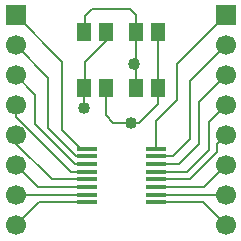
<source format=gtl>
G04 DipTrace 3.2.0.1*
G04 MSP430Diptracetut.gtl*
%MOIN*%
G04 #@! TF.FileFunction,Copper,L1,Top*
G04 #@! TF.Part,Single*
G04 #@! TA.AperFunction,Conductor*
%ADD14C,0.008*%
%ADD15R,0.051181X0.059055*%
G04 #@! TA.AperFunction,ComponentPad*
%ADD16R,0.066929X0.066929*%
%ADD17C,0.066929*%
%ADD18R,0.070866X0.015748*%
G04 #@! TA.AperFunction,ViaPad*
%ADD19C,0.04*%
%FSLAX26Y26*%
G04*
G70*
G90*
G75*
G01*
G04 Top*
%LPD*%
X722031Y636126D2*
D14*
X560220D1*
X483843Y559748D1*
X722031Y687307D2*
X556283D1*
X483843Y759748D1*
X958252Y1205024D2*
Y1016047D1*
Y964866D1*
X895260Y901874D1*
X867701D1*
X808646D1*
X785024Y925496D1*
Y1016047D1*
X867701Y901874D2*
D3*
X722031Y738488D2*
X668882D1*
X485811Y921559D1*
Y959748D1*
X483843D1*
X785024Y1205024D2*
Y1173528D1*
X714157Y1102661D1*
Y1019984D1*
X710220Y1016047D1*
Y949118D1*
X722031Y815260D2*
X702346D1*
X639354Y878252D1*
Y1104236D1*
X483843Y1259748D1*
X722031Y789669D2*
X684630D1*
X592110Y882189D1*
Y1051480D1*
X483843Y1159748D1*
X722031Y764079D2*
X682661D1*
X548803Y897937D1*
Y994787D1*
X483843Y1059748D1*
X722031Y661717D2*
X485811D1*
X483843Y659748D1*
X950378Y815260D2*
Y905811D1*
X1021244Y976677D1*
Y1097150D1*
X1183843Y1259748D1*
X950378Y789669D2*
X1007465D1*
X1064551Y846756D1*
Y1040457D1*
X1183843Y1159748D1*
X950378Y764079D2*
X1029118D1*
X1096047Y831008D1*
Y971953D1*
X1183843Y1059748D1*
X950378Y738488D2*
X1054709D1*
X1127543Y811323D1*
Y903449D1*
X1183843Y959748D1*
X950378Y712898D2*
X1064551D1*
X1155102Y803449D1*
Y831008D1*
X1183843Y859748D1*
X950378Y687307D2*
X1111402D1*
X1183843Y759748D1*
X950378Y661717D2*
X1181874D1*
X1183843Y659748D1*
X950386Y636126D2*
X1107465D1*
X1183843Y559748D1*
X722031Y712898D2*
X603921D1*
X485811Y831008D1*
Y859748D1*
X483843D1*
X883449Y1205024D2*
Y1098724D1*
Y1016047D1*
Y1205024D2*
Y1260142D1*
X863764Y1279827D1*
X737780D1*
X714157Y1256205D1*
Y1208961D1*
X710220Y1205024D1*
X879512Y1098724D2*
X883449D1*
D19*
X879512D3*
X710220Y949118D3*
X867701Y901874D3*
D15*
X883449Y1016047D3*
X958252D3*
X883449Y1205024D3*
X958252D3*
X710220Y1016047D3*
X785024D3*
D16*
X483843Y1259748D3*
D17*
Y1159748D3*
Y1059748D3*
Y959748D3*
Y859748D3*
Y759748D3*
Y659748D3*
Y559748D3*
D16*
X1183843Y1259748D3*
D17*
Y1159748D3*
Y1059748D3*
Y959748D3*
Y859748D3*
Y759748D3*
Y659748D3*
Y559748D3*
D15*
X710220Y1205024D3*
X785024D3*
D18*
X722031Y815260D3*
Y789669D3*
Y764079D3*
Y738488D3*
Y712898D3*
Y687307D3*
Y661717D3*
Y636126D3*
X950386D3*
X950378Y661717D3*
Y687307D3*
Y712898D3*
Y738488D3*
Y764079D3*
Y789669D3*
Y815260D3*
M02*

</source>
